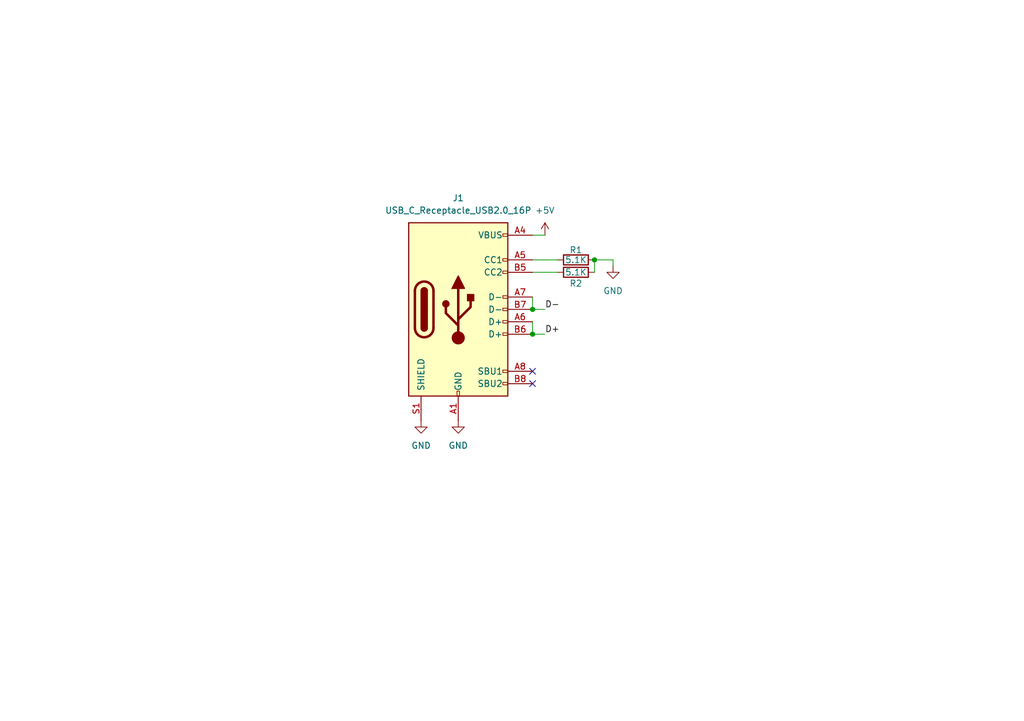
<source format=kicad_sch>
(kicad_sch (version 20250114) (generator "eeschema") (generator_version "9.0")
  (paper "A5")
  (lib_symbols
    (symbol "Connector:USB_C_Receptacle_USB2.0_16P" (pin_names (offset 1.016))
      (property "Reference" "J" (at 0 22.225 0))
      (property "Value" "USB_C_Receptacle_USB2.0_16P" (at 0 19.685 0))
      (symbol "USB_C_Receptacle_USB2.0_16P_0_0"
        (rectangle (start -0.254 -17.78) (end 0.254 -16.764))
        (rectangle (start 10.16 15.494) (end 9.144 14.986))
        (rectangle (start 10.16 10.414) (end 9.144 9.906))
        (rectangle (start 10.16 7.874) (end 9.144 7.366))
        (rectangle (start 10.16 2.794) (end 9.144 2.286))
        (rectangle (start 10.16 0.254) (end 9.144 -0.254))
        (rectangle (start 10.16 -2.286) (end 9.144 -2.794))
        (rectangle (start 10.16 -4.826) (end 9.144 -5.334))
        (rectangle (start 10.16 -12.446) (end 9.144 -12.954))
        (rectangle (start 10.16 -14.986) (end 9.144 -15.494))
      )
      (symbol "USB_C_Receptacle_USB2.0_16P_0_1"
        (rectangle (start -10.16 17.78) (end 10.16 -17.78) (stroke (width 0.254)) (fill (type background)))
        (polyline (pts (xy -8.89 -3.81) (xy -8.89 3.81)) (stroke (width 0.508)))
        (rectangle (start -7.62 -3.81) (end -6.35 3.81) (stroke (width 0.254)) (fill (type outline)))
        (arc (start -7.62 3.81) (mid -6.985 4.4423) (end -6.35 3.81) (stroke (width 0.254)))
        (arc (start -7.62 3.81) (mid -6.985 4.4423) (end -6.35 3.81) (stroke (width 0.254)) (fill (type outline)))
        (arc (start -8.89 3.81) (mid -6.985 5.7067) (end -5.08 3.81) (stroke (width 0.508)))
        (arc (start -5.08 -3.81) (mid -6.985 -5.7067) (end -8.89 -3.81) (stroke (width 0.508)))
        (arc (start -6.35 -3.81) (mid -6.985 -4.4423) (end -7.62 -3.81) (stroke (width 0.254)))
        (arc (start -6.35 -3.81) (mid -6.985 -4.4423) (end -7.62 -3.81) (stroke (width 0.254)) (fill (type outline)))
        (polyline (pts (xy -5.08 3.81) (xy -5.08 -3.81)) (stroke (width 0.508)))
        (circle (center -2.54 1.143) (radius 0.635) (stroke (width 0.254)) (fill (type outline)))
        (polyline (pts (xy -1.27 4.318) (xy 0 6.858) (xy 1.27 4.318) (xy -1.27 4.318)) (stroke (width 0.254)) (fill (type outline)))
        (polyline (pts (xy 0 -2.032) (xy 2.54 0.508) (xy 2.54 1.778)) (stroke (width 0.508)))
        (polyline (pts (xy 0 -3.302) (xy -2.54 -0.762) (xy -2.54 0.508)) (stroke (width 0.508)))
        (polyline (pts (xy 0 -5.842) (xy 0 4.318)) (stroke (width 0.508)))
        (circle (center 0 -5.842) (radius 1.27) (fill (type outline)))
        (rectangle (start 1.905 1.778) (end 3.175 3.048) (stroke (width 0.254)) (fill (type outline)))
      )
      (symbol "USB_C_Receptacle_USB2.0_16P_1_1"
        (pin passive line (at -7.62 -22.86 90) (length 5.08) (name "SHIELD") (number "S1"))
        (pin passive line (at 0 -22.86 90) (length 5.08) (name "GND") (number "A1"))
        (pin passive line (at 0 -22.86 90) (length 5.08) (hide yes) (name "GND") (number "A12"))
        (pin passive line (at 0 -22.86 90) (length 5.08) (hide yes) (name "GND") (number "B1"))
        (pin passive line (at 0 -22.86 90) (length 5.08) (hide yes) (name "GND") (number "B12"))
        (pin passive line (at 15.24 15.24 180) (length 5.08) (name "VBUS") (number "A4"))
        (pin passive line (at 15.24 15.24 180) (length 5.08) (hide yes) (name "VBUS") (number "A9"))
        (pin passive line (at 15.24 15.24 180) (length 5.08) (hide yes) (name "VBUS") (number "B4"))
        (pin passive line (at 15.24 15.24 180) (length 5.08) (hide yes) (name "VBUS") (number "B9"))
        (pin bidirectional line (at 15.24 10.16 180) (length 5.08) (name "CC1") (number "A5"))
        (pin bidirectional line (at 15.24 7.62 180) (length 5.08) (name "CC2") (number "B5"))
        (pin bidirectional line (at 15.24 2.54 180) (length 5.08) (name "D-") (number "A7"))
        (pin bidirectional line (at 15.24 0 180) (length 5.08) (name "D-") (number "B7"))
        (pin bidirectional line (at 15.24 -2.54 180) (length 5.08) (name "D+") (number "A6"))
        (pin bidirectional line (at 15.24 -5.08 180) (length 5.08) (name "D+") (number "B6"))
        (pin bidirectional line (at 15.24 -12.7 180) (length 5.08) (name "SBU1") (number "A8"))
        (pin bidirectional line (at 15.24 -15.24 180) (length 5.08) (name "SBU2") (number "B8"))
      )
    )
    (symbol "Device:R" (pin_numbers (hide yes)) (pin_names (offset 0))
      (property "Reference" "R" (at 2.032 0 90))
      (property "Value" "R" (at 0 0 90))
      (symbol "R_0_1"
        (rectangle (start -1.016 -2.54) (end 1.016 2.54) (stroke (width 0.254)))
      )
      (symbol "R_1_1"
        (pin passive line (at 0 3.81 270) (length 1.27) (name "~") (number "1"))
        (pin passive line (at 0 -3.81 90) (length 1.27) (name "~") (number "2"))
      )
    )
    (symbol "power:+5V" (power) (pin_numbers (hide yes)) (pin_names (offset 0) (hide yes))
      (property "Value" "+5V" (at 0 3.556 0))
      (symbol "+5V_0_1"
        (polyline (pts (xy -0.762 1.27) (xy 0 2.54)))
        (polyline (pts (xy 0 2.54) (xy 0.762 1.27)))
        (polyline (pts (xy 0 0) (xy 0 2.54)))
      )
      (symbol "+5V_1_1"
        (pin power_in line (at 0 0 90) (length 0) (name "~") (number "1"))
      )
    )
    (symbol "power:GND" (power) (pin_numbers (hide yes)) (pin_names (offset 0) (hide yes))
      (property "Value" "GND" (at 0 -3.81 0))
      (symbol "GND_0_1"
        (polyline (pts (xy 0 0) (xy 0 -1.27) (xy 1.27 -1.27) (xy 0 -2.54) (xy -1.27 -1.27) (xy 0 -1.27)))
      )
      (symbol "GND_1_1"
        (pin power_in line (at 0 0 270) (length 0) (name "~") (number "1"))
      )
    )
  )
  (junction (at 121.92 53.34))
  (junction (at 109.22 68.58))
  (junction (at 109.22 63.5))
  (no_connect (at 109.22 78.74))
  (no_connect (at 109.22 76.2))
  (wire (pts (xy 114.3 55.88) (xy 109.22 55.88)))
  (wire (pts (xy 125.73 54.61) (xy 125.73 53.34)))
  (wire (pts (xy 111.76 48.26) (xy 109.22 48.26)))
  (wire (pts (xy 125.73 53.34) (xy 121.92 53.34)))
  (wire (pts (xy 121.92 53.34) (xy 121.92 55.88)))
  (wire (pts (xy 114.3 53.34) (xy 109.22 53.34)))
  (wire (pts (xy 109.22 66.04) (xy 109.22 68.58)))
  (wire (pts (xy 109.22 68.58) (xy 111.76 68.58)))
  (wire (pts (xy 109.22 63.5) (xy 111.76 63.5)))
  (wire (pts (xy 109.22 60.96) (xy 109.22 63.5)))
  (label "D-" (at 111.76 63.5 0))
  (label "D+" (at 111.76 68.58 0))
  (symbol (lib_id "power:GND") (at 125.73 54.61 0) (unit 1)
    (property "Reference" "#PWR01" (effects (hide yes)))
    (property "Value" "GND" (at 125.73 59.69 0))
    (property "Description" "Power symbol creates a global label with name \"GND\" , ground" (effects (hide yes)))
  )
  (symbol (lib_id "power:GND") (at 86.36 86.36 0) (unit 1)
    (property "Reference" "#PWR03" (effects (hide yes)))
    (property "Value" "GND" (at 86.36 91.44 0))
    (property "Description" "Power symbol creates a global label with name \"GND\" , ground" (effects (hide yes)))
  )
  (symbol (lib_id "Connector:USB_C_Receptacle_USB2.0_16P") (at 93.98 63.5 0) (unit 1)
    (property "Reference" "J1" (at 93.98 40.64 0))
    (property "Value" "USB_C_Receptacle_USB2.0_16P" (at 93.98 43.18 0))
    (property "Datasheet" "https://www.usb.org/sites/default/files/documents/usb_type-c.zip" (effects (hide yes)))
    (property "Description" "USB 2.0-only 16P Type-C Receptacle connector" (effects (hide yes)))
  )
  (symbol (lib_id "power:+5V") (at 111.76 48.26 0) (unit 1)
    (property "Reference" "#PWR04" (effects (hide yes)))
    (property "Value" "+5V" (at 111.76 43.18 0))
    (property "Description" "Power symbol creates a global label with name \"+5V\"" (effects (hide yes)))
  )
  (symbol (lib_id "Device:R") (at 118.11 53.34 90) (unit 1)
    (property "Reference" "R1" (at 118.11 51.308 90))
    (property "Value" "5.1K" (at 118.11 53.34 90))
    (property "Description" "Resistor" (effects (hide yes)))
  )
  (symbol (lib_id "power:GND") (at 93.98 86.36 0) (unit 1)
    (property "Reference" "#PWR02" (effects (hide yes)))
    (property "Value" "GND" (at 93.98 91.44 0))
    (property "Description" "Power symbol creates a global label with name \"GND\" , ground" (effects (hide yes)))
  )
  (symbol (lib_id "Device:R") (at 118.11 55.88 90) (unit 1)
    (property "Reference" "R2" (at 118.11 58.166 90))
    (property "Value" "5.1K" (at 118.11 55.88 90))
    (property "Description" "Resistor" (effects (hide yes)))
  )
)
</source>
